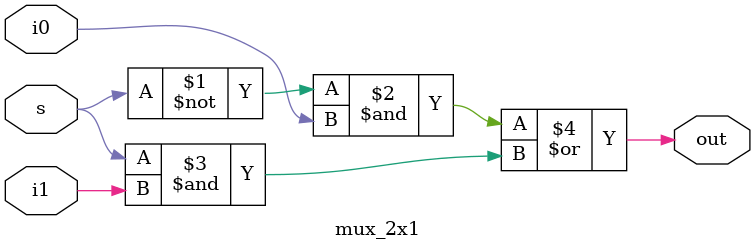
<source format=v>
module mux_2x1(
  input i1,i0,s,
  output out);
  
  assign out = ( (~s) & i0 )|( s & i1 );
  
endmodule

</source>
